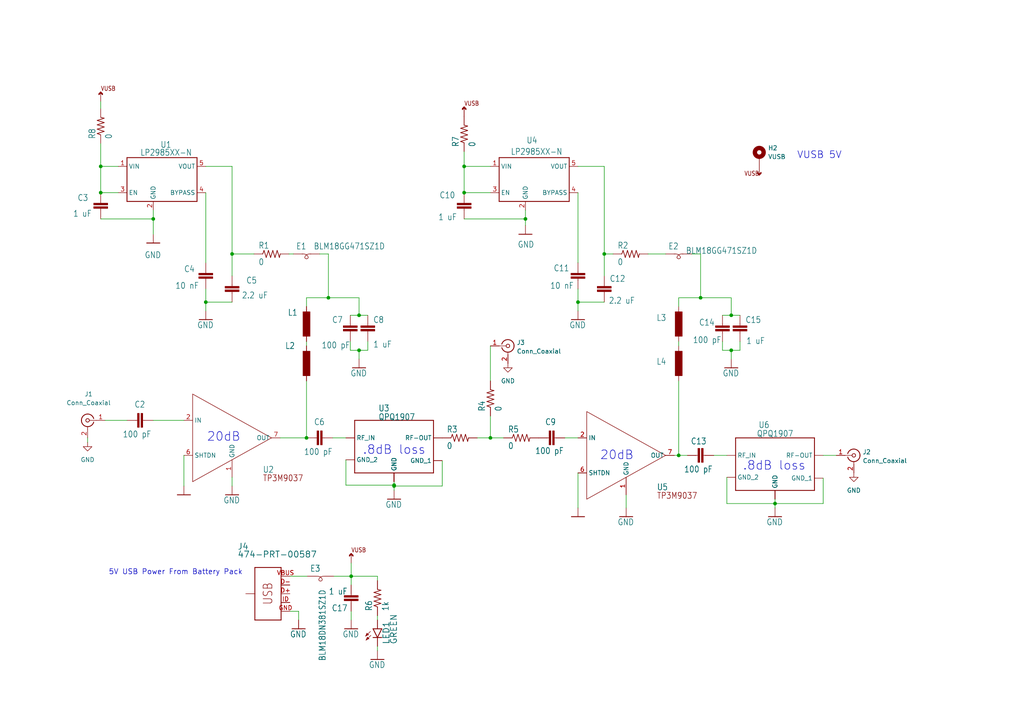
<source format=kicad_sch>
(kicad_sch (version 20211123) (generator eeschema)
  (paper "A4")
  (lib_symbols
    (symbol "Connector:Conn_Coaxial" (pin_names (offset 1.016) hide)
      (property "Reference" "J" (at 0.254 3.048 0))
      (property "Value" "Conn_Coaxial" (at 2.921 0 90))
      (symbol "Conn_Coaxial_0_1"
        (arc (start -1.778 -0.508) (mid 0.222 -1.808) (end 1.778 0) (stroke (width 0.254)))
        (polyline (pts (xy -2.54 0) (xy -0.508 0)))
        (polyline (pts (xy 0 -2.54) (xy 0 -1.778)))
        (circle (center 0 0) (radius 0.508) (stroke (width 0.2032)))
        (arc (start 1.778 0) (mid 0.222 1.8083) (end -1.778 0.508) (stroke (width 0.254)))
      )
      (symbol "Conn_Coaxial_1_1"
        (pin passive line (at -5.08 0 0) (length 2.54) (name "In") (number "1"))
        (pin passive line (at 0 -5.08 90) (length 2.54) (name "Ext") (number "2"))
      )
    )
    (symbol "HGS_Reflector-eagle-import:C-EU0402-C-NOSILK"
      (property "Reference" "C" (at 1.524 0.381 0))
      (property "Value" "C-EU0402-C-NOSILK" (at 1.524 -4.699 0))
      (symbol "C-EU0402-C-NOSILK_1_0"
        (rectangle (start -2.032 -2.032) (end 2.032 -1.524) (fill (type outline)))
        (rectangle (start -2.032 -1.016) (end 2.032 -0.508) (fill (type outline)))
        (polyline (pts (xy 0 -2.54) (xy 0 -2.032)) (stroke (width 0.1524)))
        (polyline (pts (xy 0 0) (xy 0 -0.508)) (stroke (width 0.1524)))
        (pin passive line (at 0 2.54 270) (length 2.54) (name "1") (number "1"))
        (pin passive line (at 0 -5.08 90) (length 2.54) (name "2") (number "2"))
      )
    )
    (symbol "HGS_Reflector-eagle-import:C-EU0603-B-NOSILK"
      (property "Reference" "C" (at 1.524 0.381 0))
      (property "Value" "C-EU0603-B-NOSILK" (at 1.524 -4.699 0))
      (symbol "C-EU0603-B-NOSILK_1_0"
        (rectangle (start -2.032 -2.032) (end 2.032 -1.524) (fill (type outline)))
        (rectangle (start -2.032 -1.016) (end 2.032 -0.508) (fill (type outline)))
        (polyline (pts (xy 0 -2.54) (xy 0 -2.032)) (stroke (width 0.1524)))
        (polyline (pts (xy 0 0) (xy 0 -0.508)) (stroke (width 0.1524)))
        (pin passive line (at 0 2.54 270) (length 2.54) (name "1") (number "1"))
        (pin passive line (at 0 -5.08 90) (length 2.54) (name "2") (number "2"))
      )
    )
    (symbol "HGS_Reflector-eagle-import:C-EU0603-C-NOSILK"
      (property "Reference" "C" (at 1.524 0.381 0))
      (property "Value" "C-EU0603-C-NOSILK" (at 1.524 -4.699 0))
      (symbol "C-EU0603-C-NOSILK_1_0"
        (rectangle (start -2.032 -2.032) (end 2.032 -1.524) (fill (type outline)))
        (rectangle (start -2.032 -1.016) (end 2.032 -0.508) (fill (type outline)))
        (polyline (pts (xy 0 -2.54) (xy 0 -2.032)) (stroke (width 0.1524)))
        (polyline (pts (xy 0 0) (xy 0 -0.508)) (stroke (width 0.1524)))
        (pin passive line (at 0 2.54 270) (length 2.54) (name "1") (number "1"))
        (pin passive line (at 0 -5.08 90) (length 2.54) (name "2") (number "2"))
      )
    )
    (symbol "HGS_Reflector-eagle-import:GND" (power)
      (property "Value" "GND" (at -2.54 -2.54 0))
      (symbol "GND_1_0"
        (polyline (pts (xy -1.905 0) (xy 1.905 0)) (stroke (width 0.254)))
        (pin power_in line (at 0 2.54 270) (length 2.54) (name "GND") (number "1"))
      )
    )
    (symbol "HGS_Reflector-eagle-import:L-BEAD-0603-B"
      (property "Reference" "E" (at -4.318 1.27 0))
      (property "Value" "L-BEAD-0603-B" (at -4.318 -4.064 0))
      (symbol "L-BEAD-0603-B_1_0"
        (arc (start -1.778 -1.016) (mid -1.27 -1.6666) (end -0.762 -1.016) (stroke (width 0.1524)))
        (arc (start -1.27 -0.254) (mid -1.7574 -0.0446) (end -2.286 0) (stroke (width 0.1524)))
        (arc (start -1.27 -0.254) (mid -1.6022 -0.5829) (end -1.778 -1.016) (stroke (width 0.1524)))
        (arc (start -0.762 -1.016) (mid -0.9378 -0.5828) (end -1.27 -0.254) (stroke (width 0.1524)))
        (arc (start -0.254 0) (mid -0.7826 -0.0446) (end -1.27 -0.254) (stroke (width 0.1524)))
        (polyline (pts (xy -2.54 0) (xy -2.286 0)) (stroke (width 0.1524)))
        (polyline (pts (xy -0.254 0) (xy 0 0)) (stroke (width 0.1524)))
        (pin passive line (at -5.08 0 0) (length 2.54) (name "1") (number "1"))
        (pin passive line (at 2.54 0 180) (length 2.54) (name "2") (number "2"))
      )
    )
    (symbol "HGS_Reflector-eagle-import:L-EUL3216C"
      (property "Reference" "L" (at -1.4986 -3.81 90))
      (property "Value" "L-EUL3216C" (at 3.302 -3.81 90))
      (symbol "L-EUL3216C_1_0"
        (rectangle (start -1.016 -3.556) (end 1.016 3.556) (fill (type outline)))
        (pin passive line (at 0 5.08 270) (length 2.54) (name "1") (number "1"))
        (pin passive line (at 0 -5.08 90) (length 2.54) (name "2") (number "2"))
      )
    )
    (symbol "HGS_Reflector-eagle-import:LED-GREEN0603"
      (property "Reference" "D" (at -3.429 -4.572 90))
      (property "Value" "LED-GREEN0603" (at 1.905 -4.572 90))
      (symbol "LED-GREEN0603_1_0"
        (polyline (pts (xy -2.032 -0.762) (xy -3.429 -2.159)) (stroke (width 0.1524)))
        (polyline (pts (xy -1.905 -1.905) (xy -3.302 -3.302)) (stroke (width 0.1524)))
        (polyline (pts (xy 0 -2.54) (xy -1.27 -2.54)) (stroke (width 0.254)))
        (polyline (pts (xy 0 -2.54) (xy -1.27 0)) (stroke (width 0.254)))
        (polyline (pts (xy 1.27 -2.54) (xy 0 -2.54)) (stroke (width 0.254)))
        (polyline (pts (xy 1.27 0) (xy -1.27 0)) (stroke (width 0.254)))
        (polyline (pts (xy 1.27 0) (xy 0 -2.54)) (stroke (width 0.254)))
        (polyline (pts (xy -3.429 -2.159) (xy -3.048 -1.27) (xy -2.54 -1.778)) (fill (type outline)))
        (polyline (pts (xy -3.302 -3.302) (xy -2.921 -2.413) (xy -2.413 -2.921)) (fill (type outline)))
        (pin passive line (at 0 2.54 270) (length 2.54) (name "A") (number "A"))
        (pin passive line (at 0 -5.08 90) (length 2.54) (name "C") (number "C"))
      )
    )
    (symbol "HGS_Reflector-eagle-import:LNA-TP3M9037"
      (property "Reference" "U5" (at 11.43 -10.16 0))
      (symbol "LNA-TP3M9037_1_0"
        (polyline (pts (xy -8.89 -12.7) (xy -8.89 12.7)) (stroke (width 0.1524)))
        (polyline (pts (xy -8.89 -12.7) (xy 13.97 0)) (stroke (width 0.1524)))
        (polyline (pts (xy 13.97 0) (xy -8.89 12.7)) (stroke (width 0.1524)))
        (text "TP3M9037" (at 11.43 -12.7 0) (effects (font (size 1.778 1.5113)) (justify left bottom)))
        (pin power_in line (at 2.54 -11.43 90) (length 5.08) (name "GND") (number "1"))
        (pin bidirectional line (at -11.43 5.08 0) (length 2.54) (name "IN") (number "2"))
        (pin power_in line (at -11.43 -5.08 0) (length 2.54) (name "SHTDN") (number "6"))
        (pin bidirectional line (at 16.51 0 180) (length 2.54) (name "OUT") (number "7"))
      )
    )
    (symbol "HGS_Reflector-eagle-import:LP2985XX-N"
      (property "Reference" "U" (at 5.08 -7.62 0))
      (property "Value" "LP2985XX-N" (at 5.08 -10.16 0))
      (symbol "LP2985XX-N_1_0"
        (polyline (pts (xy -10.16 -5.08) (xy 10.16 -5.08)) (stroke (width 0.254)))
        (polyline (pts (xy -10.16 7.62) (xy -10.16 -5.08)) (stroke (width 0.254)))
        (polyline (pts (xy 10.16 -5.08) (xy 10.16 7.62)) (stroke (width 0.254)))
        (polyline (pts (xy 10.16 7.62) (xy -10.16 7.62)) (stroke (width 0.254)))
        (pin power_in line (at -12.7 5.08 0) (length 2.54) (name "VIN") (number "1"))
        (pin power_in line (at -2.54 -7.62 90) (length 2.54) (name "GND") (number "2"))
        (pin input line (at -12.7 -2.54 0) (length 2.54) (name "EN") (number "3"))
        (pin power_in line (at 12.7 -2.54 180) (length 2.54) (name "BYPASS") (number "4"))
        (pin power_in line (at 12.7 5.08 180) (length 2.54) (name "VOUT") (number "5"))
      )
    )
    (symbol "HGS_Reflector-eagle-import:R-US_0603-B-NOSILK"
      (property "Reference" "R" (at -3.81 1.4986 0))
      (property "Value" "R-US_0603-B-NOSILK" (at -3.81 -3.302 0))
      (symbol "R-US_0603-B-NOSILK_1_0"
        (polyline (pts (xy -2.54 0) (xy -2.159 1.016)) (stroke (width 0.2032)))
        (polyline (pts (xy -2.159 1.016) (xy -1.524 -1.016)) (stroke (width 0.2032)))
        (polyline (pts (xy -1.524 -1.016) (xy -0.889 1.016)) (stroke (width 0.2032)))
        (polyline (pts (xy -0.889 1.016) (xy -0.254 -1.016)) (stroke (width 0.2032)))
        (polyline (pts (xy -0.254 -1.016) (xy 0.381 1.016)) (stroke (width 0.2032)))
        (polyline (pts (xy 0.381 1.016) (xy 1.016 -1.016)) (stroke (width 0.2032)))
        (polyline (pts (xy 1.016 -1.016) (xy 1.651 1.016)) (stroke (width 0.2032)))
        (polyline (pts (xy 1.651 1.016) (xy 2.286 -1.016)) (stroke (width 0.2032)))
        (polyline (pts (xy 2.286 -1.016) (xy 2.54 0)) (stroke (width 0.2032)))
        (pin passive line (at -5.08 0 0) (length 2.54) (name "1") (number "1"))
        (pin passive line (at 5.08 0 180) (length 2.54) (name "2") (number "2"))
      )
    )
    (symbol "HGS_Reflector-eagle-import:USB_MINI-B_SMT"
      (property "Reference" "J" (at -2.54 7.62 0))
      (property "Value" "USB_MINI-B_SMT" (at -2.54 -7.874 0))
      (symbol "USB_MINI-B_SMT_1_0"
        (polyline (pts (xy -2.54 -7.62) (xy 5.08 -7.62)) (stroke (width 0.254)))
        (polyline (pts (xy -2.54 7.62) (xy -2.54 -7.62)) (stroke (width 0.254)))
        (polyline (pts (xy 5.08 7.62) (xy -2.54 7.62)) (stroke (width 0.254)))
        (polyline (pts (xy 5.08 7.62) (xy 5.08 -7.62)) (stroke (width 0.254)))
        (text "USB" (at 2.794 -3.302 900) (effects (font (size 2.54 2.159)) (justify left bottom)))
        (pin bidirectional line (at -5.08 0 0) (length 2.54) (name "D+") (number "D+"))
        (pin bidirectional line (at -5.08 2.54 0) (length 2.54) (name "D-") (number "D-"))
        (pin power_in line (at -5.08 -5.08 0) (length 2.54) (name "GND") (number "GND"))
        (pin bidirectional line (at -5.08 -2.54 0) (length 2.54) (name "ID") (number "ID"))
        (pin bidirectional line (at 7.62 0 180) (length 2.54) (name "SHIELD") (number "S1"))
        (pin bidirectional line (at 7.62 0 180) (length 2.54) (name "SHIELD") (number "S2"))
        (pin bidirectional line (at 7.62 0 180) (length 2.54) (name "SHIELD") (number "S3"))
        (pin bidirectional line (at 7.62 0 180) (length 2.54) (name "SHIELD") (number "S4"))
        (pin power_in line (at -5.08 5.08 0) (length 2.54) (name "VBUS") (number "VBUS"))
      )
    )
    (symbol "HGS_Reflector-eagle-import:VUSB" (power)
      (symbol "VUSB_1_0"
        (polyline (pts (xy -0.508 2.032) (xy 0 2.54)) (stroke (width 0.254)))
        (polyline (pts (xy -0.508 2.286) (xy -0.508 2.032)) (stroke (width 0.254)))
        (polyline (pts (xy -0.508 2.286) (xy 0 2.794)) (stroke (width 0.254)))
        (polyline (pts (xy 0 2.54) (xy 0.508 2.032)) (stroke (width 0.254)))
        (polyline (pts (xy 0 2.794) (xy 0.508 2.286)) (stroke (width 0.254)))
        (polyline (pts (xy 0.508 2.286) (xy 0.508 2.032)) (stroke (width 0.254)))
        (text "VUSB" (at 0 3.048 0) (effects (font (size 1.27 1.0795)) (justify left bottom)))
        (pin power_in line (at 0 0 90) (length 2.54) (name "VUSB") (number "1"))
      )
    )
    (symbol "LNA-TP3M9037_1"
      (property "Reference" "U2" (at 11.43 -10.16 0))
      (symbol "LNA-TP3M9037_1_1_0"
        (polyline (pts (xy -8.89 -12.7) (xy -8.89 12.7)) (stroke (width 0.1524)))
        (polyline (pts (xy -8.89 -12.7) (xy 13.97 0)) (stroke (width 0.1524)))
        (polyline (pts (xy 13.97 0) (xy -8.89 12.7)) (stroke (width 0.1524)))
        (text "TP3M9037" (at 11.43 -12.7 0) (effects (font (size 1.778 1.5113)) (justify left bottom)))
        (pin power_in line (at 2.54 -11.43 90) (length 5.08) (name "GND") (number "1"))
        (pin bidirectional line (at -11.43 5.08 0) (length 2.54) (name "IN") (number "2"))
        (pin power_in line (at -11.43 -5.08 0) (length 2.54) (name "SHTDN") (number "6"))
        (pin bidirectional line (at 16.51 0 180) (length 2.54) (name "OUT") (number "7"))
      )
    )
    (symbol "Mechanical:MountingHole_Pad" (pin_numbers hide) (pin_names (offset 1.016) hide)
      (property "Reference" "H" (at 0 6.35 0))
      (property "Value" "MountingHole_Pad" (at 0 4.445 0))
      (symbol "MountingHole_Pad_0_1"
        (circle (center 0 1.27) (radius 1.27) (stroke (width 1.27)))
      )
      (symbol "MountingHole_Pad_1_1"
        (pin input line (at 0 -2.54 90) (length 2.54) (name "1") (number "1"))
      )
    )
    (symbol "QPQ1907_1"
      (property "Reference" "U3" (at 6.35 -10.16 0))
      (property "Value" "QPQ1907" (at 6.35 -12.7 0))
      (symbol "QPQ1907_1_1_0"
        (polyline (pts (xy -11.43 -7.62) (xy -11.43 7.62)) (stroke (width 0.254)))
        (polyline (pts (xy -11.43 7.62) (xy 11.43 7.62)) (stroke (width 0.254)))
        (polyline (pts (xy 11.43 -7.62) (xy -11.43 -7.62)) (stroke (width 0.254)))
        (polyline (pts (xy 11.43 7.62) (xy 11.43 -7.62)) (stroke (width 0.254)))
        (pin power_in line (at 0 -10.16 90) (length 2.54) (name "GND") (number "GND"))
        (pin power_in line (at 0 -10.16 90) (length 2.54) (name "GND") (number "GND2"))
        (pin power_in line (at 0 -10.16 90) (length 2.54) (name "GND") (number "GND3"))
        (pin passive line (at -13.97 2.54 0) (length 2.54) (name "RF_IN") (number "INPUT"))
        (pin passive line (at 13.97 2.54 180) (length 2.54) (name "RF-OUT") (number "OUTPUT"))
      )
      (symbol "QPQ1907_1_1_1"
        (pin power_in line (at 13.97 -4.064 180) (length 2.54) (name "GND_1") (number ""))
        (pin power_in line (at -13.97 -3.81 0) (length 2.54) (name "GND_2") (number ""))
      )
    )
    (symbol "power:GND" (power) (pin_names (offset 0))
      (property "Value" "GND" (at 0 -3.81 0))
      (symbol "GND_0_1"
        (polyline (pts (xy 0 0) (xy 0 -1.27) (xy 1.27 -1.27) (xy 0 -2.54) (xy -1.27 -1.27) (xy 0 -1.27)))
      )
      (symbol "GND_1_1"
        (pin power_in line (at 0 0 270) (length 0) hide (name "GND") (number "1"))
      )
    )
  )
  (junction (at 44.45 63.5))
  (junction (at 95.25 86.36))
  (junction (at 29.21 55.88))
  (junction (at 101.854 167.132))
  (junction (at 104.14 91.44))
  (junction (at 196.85 132.08))
  (junction (at 104.14 101.6))
  (junction (at 175.26 73.66))
  (junction (at 134.62 55.88))
  (junction (at 212.09 101.6))
  (junction (at 29.21 48.26))
  (junction (at 67.31 73.66))
  (junction (at 212.09 91.44))
  (junction (at 134.62 48.26))
  (junction (at 224.79 146.05))
  (junction (at 152.4 63.5))
  (junction (at 59.69 87.63))
  (junction (at 114.3 140.716))
  (junction (at 88.9 127))
  (junction (at 203.2 86.36))
  (junction (at 142.24 127))
  (junction (at 114.3 140.97))
  (junction (at 167.64 87.63))
  (wire (pts (xy 114.3 140.97) (xy 128.27 140.97)))
  (wire (pts (xy 134.62 55.88) (xy 142.24 55.88)))
  (wire (pts (xy 212.09 104.14) (xy 212.09 101.6)))
  (wire (pts (xy 142.24 120.65) (xy 142.24 127)))
  (wire (pts (xy 84.074 177.292) (xy 86.614 177.292)))
  (wire (pts (xy 53.34 132.08) (xy 53.34 140.97)))
  (wire (pts (xy 209.55 101.6) (xy 212.09 101.6)))
  (wire (pts (xy 238.76 138.684) (xy 238.76 146.05)))
  (wire (pts (xy 209.55 101.6) (xy 209.55 99.06)))
  (wire (pts (xy 106.68 99.06) (xy 106.68 101.6)))
  (wire (pts (xy 29.21 55.88) (xy 34.29 55.88)))
  (wire (pts (xy 224.79 144.78) (xy 224.79 146.05)))
  (wire (pts (xy 214.63 99.06) (xy 214.63 101.6)))
  (wire (pts (xy 134.62 43.942) (xy 134.62 48.26)))
  (wire (pts (xy 181.61 147.32) (xy 181.61 143.51)))
  (wire (pts (xy 101.854 167.132) (xy 101.854 169.672)))
  (wire (pts (xy 29.21 48.26) (xy 34.29 48.26)))
  (wire (pts (xy 67.31 140.97) (xy 67.31 138.43)))
  (wire (pts (xy 88.9 127) (xy 88.9 110.49)))
  (wire (pts (xy 167.64 87.63) (xy 167.64 83.82)))
  (wire (pts (xy 167.64 55.88) (xy 167.64 76.2)))
  (wire (pts (xy 59.69 87.63) (xy 67.31 87.63)))
  (wire (pts (xy 104.14 104.14) (xy 104.14 101.6)))
  (wire (pts (xy 95.25 86.36) (xy 95.25 73.66)))
  (wire (pts (xy 212.09 86.36) (xy 203.2 86.36)))
  (wire (pts (xy 101.6 101.6) (xy 101.6 99.06)))
  (wire (pts (xy 59.69 48.26) (xy 67.31 48.26)))
  (wire (pts (xy 44.45 63.5) (xy 44.45 67.945)))
  (wire (pts (xy 212.09 91.44) (xy 214.63 91.44)))
  (wire (pts (xy 104.14 91.44) (xy 106.68 91.44)))
  (wire (pts (xy 142.24 100.33) (xy 142.24 110.49)))
  (wire (pts (xy 175.26 48.26) (xy 175.26 73.66)))
  (wire (pts (xy 152.4 60.96) (xy 152.4 63.5)))
  (wire (pts (xy 86.614 177.292) (xy 86.614 179.832)))
  (wire (pts (xy 200.66 73.66) (xy 203.2 73.66)))
  (wire (pts (xy 59.69 55.88) (xy 59.69 76.2)))
  (wire (pts (xy 100.33 140.716) (xy 114.3 140.716)))
  (wire (pts (xy 29.21 48.26) (xy 29.21 55.88)))
  (wire (pts (xy 207.01 132.08) (xy 210.82 132.08)))
  (wire (pts (xy 81.28 127) (xy 88.9 127)))
  (wire (pts (xy 210.82 138.43) (xy 210.82 146.05)))
  (wire (pts (xy 128.27 140.97) (xy 128.27 133.604)))
  (wire (pts (xy 196.85 86.36) (xy 203.2 86.36)))
  (wire (pts (xy 104.14 86.36) (xy 104.14 91.44)))
  (wire (pts (xy 100.33 127) (xy 96.52 127)))
  (wire (pts (xy 88.9 88.9) (xy 88.9 86.36)))
  (wire (pts (xy 134.62 63.5) (xy 152.4 63.5)))
  (wire (pts (xy 29.21 41.656) (xy 29.21 48.26)))
  (wire (pts (xy 44.45 60.96) (xy 44.45 63.5)))
  (wire (pts (xy 167.64 137.16) (xy 167.64 147.32)))
  (wire (pts (xy 101.6 101.6) (xy 104.14 101.6)))
  (wire (pts (xy 95.25 86.36) (xy 104.14 86.36)))
  (wire (pts (xy 199.39 132.08) (xy 196.85 132.08)))
  (wire (pts (xy 29.21 63.5) (xy 44.45 63.5)))
  (wire (pts (xy 44.45 121.92) (xy 53.34 121.92)))
  (wire (pts (xy 152.4 63.5) (xy 152.4 65.405)))
  (wire (pts (xy 210.82 146.05) (xy 224.79 146.05)))
  (wire (pts (xy 36.83 121.92) (xy 30.48 121.92)))
  (wire (pts (xy 196.85 99.06) (xy 196.85 100.33)))
  (wire (pts (xy 106.68 101.6) (xy 104.14 101.6)))
  (wire (pts (xy 196.85 88.9) (xy 196.85 86.36)))
  (wire (pts (xy 109.474 187.452) (xy 109.474 188.722)))
  (wire (pts (xy 203.2 73.66) (xy 203.2 86.36)))
  (wire (pts (xy 92.71 73.66) (xy 95.25 73.66)))
  (wire (pts (xy 101.854 167.132) (xy 109.474 167.132)))
  (wire (pts (xy 114.3 140.97) (xy 114.3 142.24)))
  (wire (pts (xy 214.63 101.6) (xy 212.09 101.6)))
  (wire (pts (xy 134.62 48.26) (xy 142.24 48.26)))
  (wire (pts (xy 67.31 73.66) (xy 73.66 73.66)))
  (wire (pts (xy 114.3 139.7) (xy 114.3 140.716)))
  (wire (pts (xy 101.854 167.132) (xy 101.854 163.322)))
  (wire (pts (xy 88.9 99.06) (xy 88.9 100.33)))
  (wire (pts (xy 101.854 177.292) (xy 101.854 179.832)))
  (wire (pts (xy 59.69 90.17) (xy 59.69 87.63)))
  (wire (pts (xy 138.43 127) (xy 142.24 127)))
  (wire (pts (xy 101.6 91.44) (xy 104.14 91.44)))
  (wire (pts (xy 142.24 127) (xy 146.05 127)))
  (wire (pts (xy 67.31 73.66) (xy 67.31 80.01)))
  (wire (pts (xy 114.3 140.716) (xy 114.3 140.97)))
  (wire (pts (xy 29.21 29.464) (xy 29.21 31.496)))
  (wire (pts (xy 67.31 48.26) (xy 67.31 73.66)))
  (wire (pts (xy 100.33 133.35) (xy 100.33 140.716)))
  (wire (pts (xy 134.62 48.26) (xy 134.62 55.88)))
  (wire (pts (xy 238.76 132.08) (xy 242.57 132.08)))
  (wire (pts (xy 175.26 73.66) (xy 175.26 80.01)))
  (wire (pts (xy 187.96 73.66) (xy 193.04 73.66)))
  (wire (pts (xy 109.474 178.562) (xy 109.474 179.832)))
  (wire (pts (xy 196.85 132.08) (xy 196.85 110.49)))
  (wire (pts (xy 175.26 73.66) (xy 177.8 73.66)))
  (wire (pts (xy 109.474 167.132) (xy 109.474 168.402)))
  (wire (pts (xy 167.64 90.17) (xy 167.64 87.63)))
  (wire (pts (xy 224.79 146.05) (xy 224.79 147.32)))
  (wire (pts (xy 88.9 86.36) (xy 95.25 86.36)))
  (wire (pts (xy 96.774 167.132) (xy 101.854 167.132)))
  (wire (pts (xy 25.4 128.27) (xy 25.4 127)))
  (wire (pts (xy 84.074 167.132) (xy 89.154 167.132)))
  (wire (pts (xy 167.64 87.63) (xy 175.26 87.63)))
  (wire (pts (xy 163.83 127) (xy 167.64 127)))
  (wire (pts (xy 59.69 87.63) (xy 59.69 83.82)))
  (wire (pts (xy 212.09 91.44) (xy 212.09 86.36)))
  (wire (pts (xy 195.58 132.08) (xy 196.85 132.08)))
  (wire (pts (xy 167.64 48.26) (xy 175.26 48.26)))
  (wire (pts (xy 83.82 73.66) (xy 85.09 73.66)))
  (wire (pts (xy 238.76 146.05) (xy 224.79 146.05)))
  (wire (pts (xy 209.55 91.44) (xy 212.09 91.44)))
  (text "5V USB Power From Battery Pack" (at 31.496 166.878 180) (effects (font (size 1.5113 1.5113)) (justify left bottom)))
  (text "20dB\n" (at 59.944 128.27 0) (effects (font (size 2.54 2.54)) (justify left bottom)))
  (text ".8dB loss" (at 105.156 132.08 0) (effects (font (size 2.54 2.54)) (justify left bottom)))
  (text "VUSB 5V\n" (at 231.14 46.228 0) (effects (font (size 2 2)) (justify left bottom)))
  (text ".8dB loss" (at 215.392 136.652 0) (effects (font (size 2.54 2.54)) (justify left bottom)))
  (text "20dB" (at 173.99 133.604 0) (effects (font (size 2.54 2.54)) (justify left bottom)))
  (symbol (lib_id "Connector:Conn_Coaxial") (at 247.65 132.08 0) (unit 1)
    (property "Reference" "J2" (at 250.19 131.1031 0) (effects (justify left)))
    (property "Value" "Conn_Coaxial" (at 250.19 133.6431 0) (effects (justify left)))
    (property "Footprint" "Connector_Coaxial:SMA_Amphenol_132289_EdgeMount" (effects hide))
    (property "Datasheet" "https://www.belfuse.com/resources/productinformations/cinchconnectivitysolutions/johnson/pi-ccs-john-142-0701-806.pdf" (effects hide))
    (property "M/N" "142-0701-806" (effects hide))
  )
  (symbol (lib_id "HGS_Reflector-eagle-import:R-US_0603-B-NOSILK") (at 151.13 127 0) (unit 1)
    (property "Reference" "R5" (at 147.32 125.5014 0) (effects (font (size 1.778 1.5113)) (justify left bottom)))
    (property "Value" "0" (at 147.32 130.302 0) (effects (font (size 1.778 1.5113)) (justify left bottom)))
    (property "Footprint" "HGS_Reflector:.0603-B-NOSILK" (effects hide))
  )
  (symbol (lib_id "HGS_Reflector-eagle-import:L-BEAD-0603-B") (at 94.234 167.132 0) (unit 1)
    (property "Reference" "E3" (at 89.916 165.862 0) (effects (font (size 1.778 1.5113)) (justify left bottom)))
    (property "Value" "BLM18DN381SZ1D" (at 94.488 191.77 90) (effects (font (size 1.778 1.5113)) (justify left bottom)))
    (property "Footprint" "HGS_Reflector:.0603-B" (effects hide))
  )
  (symbol (lib_id "HGS_Reflector-eagle-import:GND") (at 167.64 92.71 0) (unit 1)
    (property "Reference" "#GND0104" (effects hide))
    (property "Value" "GND" (at 165.1 95.25 0) (effects (font (size 1.778 1.5113)) (justify left bottom)))
  )
  (symbol (lib_id "HGS_Reflector-eagle-import:GND") (at 167.64 149.86 0) (unit 1)
    (property "Reference" "#GND0113" (effects hide))
    (property "Value" "GND" (at 165.1 152.4 0) (effects (font (size 1.778 1.5113)) (justify left bottom)))
    (property "Value" "GND" (effects hide))
  )
  (symbol (lib_id "HGS_Reflector-eagle-import:R-US_0603-B-NOSILK") (at 134.62 38.862 90) (unit 1)
    (property "Reference" "R7" (at 133.1214 42.672 0) (effects (font (size 1.778 1.5113)) (justify left bottom)))
    (property "Value" "0" (at 137.922 42.672 0) (effects (font (size 1.778 1.5113)) (justify left bottom)))
    (property "Footprint" "HGS_Reflector:.0603-B-NOSILK" (effects hide))
  )
  (symbol (lib_id "HGS_Reflector-eagle-import:C-EU0603-B-NOSILK") (at 67.31 82.55 0) (unit 1)
    (property "Reference" "C5" (at 71.374 82.296 0) (effects (font (size 1.778 1.5113)) (justify left bottom)))
    (property "Value" "2.2 uF" (at 70.104 86.614 0) (effects (font (size 1.778 1.5113)) (justify left bottom)))
    (property "Footprint" "HGS_Reflector:.0603-B-NOSILK" (effects hide))
  )
  (symbol (lib_id "HGS_Reflector-eagle-import:L-EUL3216C") (at 88.9 105.41 180) (unit 1)
    (property "Reference" "L2" (at 85.598 99.314 0) (effects (font (size 1.778 1.5113)) (justify left bottom)))
    (property "Value" "10n" (at 86.614 102.362 0) (effects (font (size 1.778 1.5113)) (justify left bottom)))
    (property "Footprint" "HGS_Reflector:L3216C" (effects hide))
    (property "Value" "10n" (effects hide))
  )
  (symbol (lib_id "HGS_Reflector-eagle-import:GND") (at 224.79 149.86 0) (unit 1)
    (property "Reference" "#GND0102" (effects hide))
    (property "Value" "GND" (at 222.25 152.4 0) (effects (font (size 1.778 1.5113)) (justify left bottom)))
  )
  (symbol (lib_id "HGS_Reflector-eagle-import:L-EUL3216C") (at 88.9 93.98 180) (unit 1)
    (property "Reference" "L1" (at 86.36 89.662 0) (effects (font (size 1.778 1.5113)) (justify left bottom)))
    (property "Value" "8n" (at 86.36 92.71 0) (effects (font (size 1.778 1.5113)) (justify left bottom)))
    (property "Footprint" "HGS_Reflector:L3216C" (effects hide))
    (property "Value" "8n" (effects hide))
  )
  (symbol (lib_id "Connector:Conn_Coaxial") (at 147.32 100.33 0) (unit 1)
    (property "Reference" "J3" (at 149.86 99.3531 0) (effects (justify left)))
    (property "Value" "Conn_Coaxial" (at 149.86 101.8931 0) (effects (justify left)))
    (property "Footprint" "Connector_Coaxial:SMA_Amphenol_132289_EdgeMount" (effects hide))
    (property "Datasheet" "https://www.belfuse.com/resources/productinformations/cinchconnectivitysolutions/johnson/pi-ccs-john-142-0701-806.pdf" (effects hide))
    (property "M/N" "142-0701-806" (effects hide))
  )
  (symbol (lib_id "HGS_Reflector-eagle-import:R-US_0603-B-NOSILK") (at 133.35 127 0) (unit 1)
    (property "Reference" "R3" (at 129.54 125.5014 0) (effects (font (size 1.778 1.5113)) (justify left bottom)))
    (property "Value" "0" (at 129.54 130.302 0) (effects (font (size 1.778 1.5113)) (justify left bottom)))
    (property "Footprint" "HGS_Reflector:.0603-B-NOSILK" (effects hide))
  )
  (symbol (lib_id "HGS_Reflector-eagle-import:C-EU0603-B-NOSILK") (at 175.26 82.55 0) (unit 1)
    (property "Reference" "C12" (at 176.784 81.788 0) (effects (font (size 1.778 1.5113)) (justify left bottom)))
    (property "Value" "2.2 uF" (at 176.53 88.138 0) (effects (font (size 1.778 1.5113)) (justify left bottom)))
    (property "Footprint" "HGS_Reflector:.0603-B-NOSILK" (effects hide))
  )
  (symbol (lib_id "HGS_Reflector-eagle-import:L-BEAD-0603-B") (at 90.17 73.66 0) (unit 1)
    (property "Reference" "E1" (at 85.852 72.39 0) (effects (font (size 1.778 1.5113)) (justify left bottom)))
    (property "Value" "BLM18GG471SZ1D" (at 90.932 72.39 0) (effects (font (size 1.778 1.5113)) (justify left bottom)))
    (property "Footprint" "HGS_Reflector:.0603-B" (effects hide))
  )
  (symbol (lib_id "HGS_Reflector-eagle-import:GND") (at 67.31 143.51 0) (unit 1)
    (property "Reference" "#GND0110" (effects hide))
    (property "Value" "GND" (at 64.77 146.05 0) (effects (font (size 1.778 1.5113)) (justify left bottom)))
  )
  (symbol (lib_id "HGS_Reflector-eagle-import:LP2985XX-N") (at 154.94 53.34 0) (unit 1)
    (property "Reference" "U4" (at 152.654 41.656 0) (effects (font (size 1.778 1.5113)) (justify left bottom)))
    (property "Value" "LP2985XX-N" (at 148.082 44.958 0) (effects (font (size 1.778 1.5113)) (justify left bottom)))
    (property "Footprint" "HGS_Reflector:SOT-23" (effects hide))
    (property "Datasheet" "https://www.ti.com/lit/ds/symlink/lp2985a.pdf?ts=1651821541987&ref_url=https%253A%252F%252Fwww.ti.com%252Fsitesearch%252Fen-us%252Fdocs%252Funiversalsearch.tsp%253FlangPref%253Den-US%2526searchTerm%253DLP2985A-33DBVR%2526nr%253D11" (effects hide))
  )
  (symbol (lib_id "HGS_Reflector-eagle-import:C-EU0603-B-NOSILK") (at 59.69 78.74 0) (unit 1)
    (property "Reference" "C4" (at 53.34 78.994 0) (effects (font (size 1.778 1.5113)) (justify left bottom)))
    (property "Value" "10 nF" (at 50.8 83.82 0) (effects (font (size 1.778 1.5113)) (justify left bottom)))
    (property "Footprint" "HGS_Reflector:.0603-B-NOSILK" (effects hide))
  )
  (symbol (lib_id "HGS_Reflector-eagle-import:C-EU0603-B-NOSILK") (at 134.62 60.96 180) (unit 1)
    (property "Reference" "C10" (at 132.08 55.626 0) (effects (font (size 1.778 1.5113)) (justify left bottom)))
    (property "Value" "1 uF" (at 132.588 61.976 0) (effects (font (size 1.778 1.5113)) (justify left bottom)))
    (property "Footprint" "HGS_Reflector:.0603-B-NOSILK" (effects hide))
  )
  (symbol (lib_id "HGS_Reflector-eagle-import:C-EU0402-C-NOSILK") (at 39.37 121.92 90) (unit 1)
    (property "Reference" "C2" (at 42.164 116.332 90) (effects (font (size 1.778 1.5113)) (justify left bottom)))
    (property "Value" "100 pF" (at 43.942 124.968 90) (effects (font (size 1.778 1.5113)) (justify left bottom)))
    (property "Footprint" "HGS_Reflector:.0402-C-NOSILK" (effects hide))
  )
  (symbol (lib_id "HGS_Reflector-eagle-import:GND") (at 44.45 70.485 0) (unit 1)
    (property "Reference" "#GND0106" (effects hide))
    (property "Value" "GND" (at 41.91 74.93 0) (effects (font (size 1.778 1.5113)) (justify left bottom)))
  )
  (symbol (lib_id "HGS_Reflector-eagle-import:C-EU0603-C-NOSILK") (at 101.6 93.98 0) (unit 1)
    (property "Reference" "C7" (at 96.266 93.726 0) (effects (font (size 1.778 1.5113)) (justify left bottom)))
    (property "Value" "100 pF" (at 93.218 101.092 0) (effects (font (size 1.778 1.5113)) (justify left bottom)))
    (property "Footprint" "HGS_Reflector:.0603-C-NOSILK" (effects hide))
  )
  (symbol (lib_id "HGS_Reflector-eagle-import:C-EU0603-C-NOSILK") (at 214.63 93.98 0) (unit 1)
    (property "Reference" "C15" (at 216.154 93.726 0) (effects (font (size 1.778 1.5113)) (justify left bottom)))
    (property "Value" "1 uF" (at 216.408 99.822 0) (effects (font (size 1.778 1.5113)) (justify left bottom)))
    (property "Footprint" "HGS_Reflector:.0603-C-NOSILK" (effects hide))
  )
  (symbol (lib_id "HGS_Reflector-eagle-import:VUSB") (at 134.62 33.782 0) (unit 1)
    (property "Reference" "#V0101" (effects hide))
    (property "Value" "VUSB" (effects hide))
  )
  (symbol (lib_id "HGS_Reflector-eagle-import:GND") (at 101.854 182.372 0) (unit 1)
    (property "Reference" "#GND0114" (effects hide))
    (property "Value" "GND" (at 99.314 184.912 0) (effects (font (size 1.778 1.5113)) (justify left bottom)))
  )
  (symbol (lib_id "HGS_Reflector-eagle-import:GND") (at 181.61 149.86 0) (unit 1)
    (property "Reference" "#GND0111" (effects hide))
    (property "Value" "GND" (at 179.07 152.4 0) (effects (font (size 1.778 1.5113)) (justify left bottom)))
  )
  (symbol (lib_id "HGS_Reflector-eagle-import:L-EUL3216C") (at 196.85 93.98 180) (unit 1)
    (property "Reference" "L3" (at 193.294 91.186 0) (effects (font (size 1.778 1.5113)) (justify left bottom)))
    (property "Value" "8n" (at 193.802 95.758 0) (effects (font (size 1.778 1.5113)) (justify left bottom)))
    (property "Footprint" "HGS_Reflector:L3216C" (effects hide))
    (property "Value" "8n" (effects hide))
  )
  (symbol (lib_id "HGS_Reflector-eagle-import:L-EUL3216C") (at 196.85 105.41 180) (unit 1)
    (property "Reference" "L4" (at 193.294 103.886 0) (effects (font (size 1.778 1.5113)) (justify left bottom)))
    (property "Value" "10n" (at 194.056 107.442 0) (effects (font (size 1.778 1.5113)) (justify left bottom)))
    (property "Footprint" "HGS_Reflector:L3216C" (effects hide))
    (property "Value" "10n" (effects hide))
  )
  (symbol (lib_id "HGS_Reflector-eagle-import:C-EU0603-C-NOSILK") (at 106.68 93.98 0) (unit 1)
    (property "Reference" "C8" (at 108.204 93.726 0) (effects (font (size 1.778 1.5113)) (justify left bottom)))
    (property "Value" "1 uF" (at 108.204 100.838 0) (effects (font (size 1.778 1.5113)) (justify left bottom)))
    (property "Footprint" "HGS_Reflector:.0603-C-NOSILK" (effects hide))
  )
  (symbol (lib_id "HGS_Reflector-eagle-import:R-US_0603-B-NOSILK") (at 182.88 73.66 0) (unit 1)
    (property "Reference" "R2" (at 179.07 72.1614 0) (effects (font (size 1.778 1.5113)) (justify left bottom)))
    (property "Value" "0" (at 179.07 76.962 0) (effects (font (size 1.778 1.5113)) (justify left bottom)))
    (property "Footprint" "HGS_Reflector:.0603-B-NOSILK" (effects hide))
  )
  (symbol (lib_name "LNA-TP3M9037_1") (lib_id "HGS_Reflector-eagle-import:LNA-TP3M9037") (at 64.77 127 0) (unit 1)
    (property "Reference" "U2" (at 76.2 137.16 0) (effects (font (size 1.778 1.5113)) (justify left bottom)))
    (property "Value" "LNA-TP3M9037" (effects hide))
    (property "Footprint" "HGS_Reflector:TP3M9037" (effects hide))
    (property "Datasheet" "https://www.mouser.com/datasheet/2/412/TQP3M9037_Data_Sheet-1500717.pdf" (effects hide))
  )
  (symbol (lib_id "HGS_Reflector-eagle-import:GND") (at 59.69 92.71 0) (unit 1)
    (property "Reference" "#GND0105" (effects hide))
    (property "Value" "GND" (at 57.15 95.25 0) (effects (font (size 1.778 1.5113)) (justify left bottom)))
  )
  (symbol (lib_id "Connector:Conn_Coaxial") (at 25.4 121.92 0) (mirror y) (unit 1)
    (property "Reference" "J1" (at 25.7174 114.3 0))
    (property "Value" "Conn_Coaxial" (at 25.7174 116.84 0))
    (property "Footprint" "Connector_Coaxial:SMA_Amphenol_132289_EdgeMount" (effects hide))
    (property "Datasheet" "https://www.belfuse.com/resources/productinformations/cinchconnectivitysolutions/johnson/pi-ccs-john-142-0701-806.pdf" (effects hide))
    (property "M/N" "142-0701-806" (effects hide))
  )
  (symbol (lib_id "HGS_Reflector-eagle-import:C-EU0603-B-NOSILK") (at 167.64 78.74 0) (unit 1)
    (property "Reference" "C11" (at 160.528 78.74 0) (effects (font (size 1.778 1.5113)) (justify left bottom)))
    (property "Value" "10 nF" (at 159.512 83.82 0) (effects (font (size 1.778 1.5113)) (justify left bottom)))
    (property "Footprint" "HGS_Reflector:.0603-B-NOSILK" (effects hide))
  )
  (symbol (lib_id "HGS_Reflector-eagle-import:GND") (at 109.474 191.262 0) (unit 1)
    (property "Reference" "#GND0108" (effects hide))
    (property "Value" "GND" (at 106.934 193.802 0) (effects (font (size 1.778 1.5113)) (justify left bottom)))
  )
  (symbol (lib_id "HGS_Reflector-eagle-import:VUSB") (at 29.21 29.464 0) (unit 1)
    (property "Reference" "#V0102" (effects hide))
    (property "Value" "VUSB" (effects hide))
  )
  (symbol (lib_id "HGS_Reflector-eagle-import:GND") (at 114.3 144.78 0) (unit 1)
    (property "Reference" "#GND0112" (effects hide))
    (property "Value" "GND" (at 111.76 147.32 0) (effects (font (size 1.778 1.5113)) (justify left bottom)))
  )
  (symbol (lib_id "HGS_Reflector-eagle-import:GND") (at 152.4 67.945 0) (unit 1)
    (property "Reference" "#GND0103" (effects hide))
    (property "Value" "GND" (at 150.114 71.882 0) (effects (font (size 1.778 1.5113)) (justify left bottom)))
  )
  (symbol (lib_id "HGS_Reflector-eagle-import:VUSB") (at 220.218 48.006 180) (unit 1)
    (property "Reference" "#V0103" (effects hide))
    (property "Value" "VUSB" (effects hide))
  )
  (symbol (lib_id "HGS_Reflector-eagle-import:LED-GREEN0603") (at 109.474 182.372 0) (unit 1)
    (property "Reference" "LED1" (at 113.03 186.944 90) (effects (font (size 1.778 1.778)) (justify left bottom)))
    (property "Value" "GREEN" (at 115.189 186.944 90) (effects (font (size 1.778 1.778)) (justify left bottom)))
    (property "Footprint" "HGS_Reflector:LED-0603" (effects hide))
  )
  (symbol (lib_id "power:GND") (at 247.65 137.16 0) (unit 1)
    (property "Reference" "#PWR0101" (effects hide))
    (property "Value" "GND" (at 247.65 142.24 0))
  )
  (symbol (lib_id "HGS_Reflector-eagle-import:LP2985XX-N") (at 46.99 53.34 0) (unit 1)
    (property "Reference" "U1" (at 46.482 42.926 0) (effects (font (size 1.778 1.5113)) (justify left bottom)))
    (property "Value" "LP2985XX-N" (at 40.64 45.212 0) (effects (font (size 1.778 1.5113)) (justify left bottom)))
    (property "Footprint" "HGS_Reflector:SOT-23" (effects hide))
    (property "Datasheet" "https://www.ti.com/lit/ds/symlink/lp2985a.pdf?ts=1651821541987&ref_url=https%253A%252F%252Fwww.ti.com%252Fsitesearch%252Fen-us%252Fdocs%252Funiversalsearch.tsp%253FlangPref%253Den-US%2526searchTerm%253DLP2985A-33DBVR%2526nr%253D11" (effects hide))
  )
  (symbol (lib_id "Mechanical:MountingHole_Pad") (at 220.218 45.466 0) (unit 1)
    (property "Reference" "H2" (at 222.758 42.9259 0) (effects (justify left)))
    (property "Value" "VUSB" (at 222.758 45.4659 0) (effects (justify left)))
    (property "Footprint" "Connector_PinHeader_2.54mm:PinHeader_1x02_P2.54mm_Vertical" (effects hide))
  )
  (symbol (lib_id "HGS_Reflector-eagle-import:LNA-TP3M9037") (at 179.07 132.08 0) (unit 1)
    (property "Reference" "U5" (at 190.5 142.24 0) (effects (font (size 1.778 1.5113)) (justify left bottom)))
    (property "Value" "LNA-TP3M9037" (effects hide))
    (property "Footprint" "HGS_Reflector:TP3M9037" (effects hide))
    (property "Datasheet" "https://www.mouser.com/datasheet/2/412/TQP3M9037_Data_Sheet-1500717.pdf" (effects hide))
  )
  (symbol (lib_id "HGS_Reflector-eagle-import:GND") (at 86.614 182.372 0) (unit 1)
    (property "Reference" "#GND0116" (effects hide))
    (property "Value" "GND" (at 84.074 184.912 0) (effects (font (size 1.778 1.5113)) (justify left bottom)))
  )
  (symbol (lib_id "HGS_Reflector-eagle-import:C-EU0402-C-NOSILK") (at 91.44 127 90) (unit 1)
    (property "Reference" "C6" (at 94.234 121.412 90) (effects (font (size 1.778 1.5113)) (justify left bottom)))
    (property "Value" "100 pF" (at 96.52 130.048 90) (effects (font (size 1.778 1.5113)) (justify left bottom)))
    (property "Footprint" "HGS_Reflector:.0402-C-NOSILK" (effects hide))
  )
  (symbol (lib_id "HGS_Reflector-eagle-import:R-US_0603-B-NOSILK") (at 29.21 36.576 90) (unit 1)
    (property "Reference" "R8" (at 27.7114 40.386 0) (effects (font (size 1.778 1.5113)) (justify left bottom)))
    (property "Value" "0" (at 32.512 40.386 0) (effects (font (size 1.778 1.5113)) (justify left bottom)))
    (property "Footprint" "HGS_Reflector:.0603-B-NOSILK" (effects hide))
  )
  (symbol (lib_id "HGS_Reflector-eagle-import:R-US_0603-B-NOSILK") (at 78.74 73.66 0) (unit 1)
    (property "Reference" "R1" (at 74.93 72.1614 0) (effects (font (size 1.778 1.5113)) (justify left bottom)))
    (property "Value" "0" (at 74.93 76.962 0) (effects (font (size 1.778 1.5113)) (justify left bottom)))
    (property "Footprint" "HGS_Reflector:.0603-B-NOSILK" (effects hide))
  )
  (symbol (lib_id "HGS_Reflector-eagle-import:R-US_0603-B-NOSILK") (at 109.474 173.482 90) (unit 1)
    (property "Reference" "R6" (at 107.9754 177.292 0) (effects (font (size 1.778 1.5113)) (justify left bottom)))
    (property "Value" "1k" (at 112.776 177.292 0) (effects (font (size 1.778 1.5113)) (justify left bottom)))
    (property "Footprint" "HGS_Reflector:.0603-B-NOSILK" (effects hide))
  )
  (symbol (lib_id "HGS_Reflector-eagle-import:C-EU0603-C-NOSILK") (at 209.55 93.98 0) (unit 1)
    (property "Reference" "C14" (at 202.692 94.488 0) (effects (font (size 1.778 1.5113)) (justify left bottom)))
    (property "Value" "100 pF" (at 200.914 99.568 0) (effects (font (size 1.778 1.5113)) (justify left bottom)))
    (property "Footprint" "HGS_Reflector:.0603-C-NOSILK" (effects hide))
  )
  (symbol (lib_id "HGS_Reflector-eagle-import:R-US_0603-B-NOSILK") (at 142.24 115.57 90) (unit 1)
    (property "Reference" "R4" (at 140.7414 119.38 0) (effects (font (size 1.778 1.5113)) (justify left bottom)))
    (property "Value" "0" (at 145.542 119.38 0) (effects (font (size 1.778 1.5113)) (justify left bottom)))
    (property "Footprint" "HGS_Reflector:.0603-B-NOSILK" (effects hide))
  )
  (symbol (lib_id "HGS_Reflector-eagle-import:C-EU0603-B-NOSILK") (at 29.21 60.96 180) (unit 1)
    (property "Reference" "C3" (at 25.654 56.388 0) (effects (font (size 1.778 1.5113)) (justify left bottom)))
    (property "Value" "1 uF" (at 26.67 60.96 0) (effects (font (size 1.778 1.5113)) (justify left bottom)))
    (property "Footprint" "HGS_Reflector:.0603-B-NOSILK" (effects hide))
  )
  (symbol (lib_id "HGS_Reflector-eagle-import:GND") (at 104.14 106.68 0) (unit 1)
    (property "Reference" "#GND0107" (effects hide))
    (property "Value" "GND" (at 101.6 109.22 0) (effects (font (size 1.778 1.5113)) (justify left bottom)))
  )
  (symbol (lib_name "QPQ1907_1") (lib_id "HGS_Reflector-eagle-import:QPQ1907") (at 224.79 134.62 0) (unit 1)
    (property "Reference" "U6" (at 219.964 124.206 0) (effects (font (size 1.778 1.5113)) (justify left bottom)))
    (property "Value" "QPQ1907" (at 219.456 126.746 0) (effects (font (size 1.778 1.5113)) (justify left bottom)))
    (property "Footprint" "HGS_Reflector:QPQ1907" (effects hide))
    (property "Datasheet" "https://www.mouser.com/datasheet/2/412/QPQ1907_Data_Sheet-1390192.pdf" (effects hide))
  )
  (symbol (lib_id "HGS_Reflector-eagle-import:GND") (at 53.34 143.51 0) (unit 1)
    (property "Reference" "#GND0109" (effects hide))
    (property "Value" "GND" (at 50.8 146.05 0) (effects (font (size 1.778 1.5113)) (justify left bottom)))
    (property "Value" "GND" (effects hide))
  )
  (symbol (lib_id "HGS_Reflector-eagle-import:USB_MINI-B_SMT") (at 78.994 172.212 0) (mirror y) (unit 1)
    (property "Reference" "J4" (at 68.834 159.512 0) (effects (font (size 1.778 1.778)) (justify right bottom)))
    (property "Value" "474-PRT-00587 " (at 68.834 161.798 0) (effects (font (size 1.778 1.778)) (justify right bottom)))
    (property "Footprint" "HGS_Reflector:USB-MINIB" (effects hide))
  )
  (symbol (lib_id "HGS_Reflector-eagle-import:L-BEAD-0603-B") (at 198.12 73.66 0) (unit 1)
    (property "Reference" "E2" (at 193.802 72.39 0) (effects (font (size 1.778 1.5113)) (justify left bottom)))
    (property "Value" "BLM18GG471SZ1D" (at 198.882 73.66 0) (effects (font (size 1.778 1.5113)) (justify left bottom)))
    (property "Footprint" "HGS_Reflector:.0603-B" (effects hide))
  )
  (symbol (lib_id "HGS_Reflector-eagle-import:C-EU0402-C-NOSILK") (at 158.75 127 90) (unit 1)
    (property "Reference" "C9" (at 161.29 121.412 90) (effects (font (size 1.778 1.5113)) (justify left bottom)))
    (property "Value" "100 pF" (at 163.576 129.794 90) (effects (font (size 1.778 1.5113)) (justify left bottom)))
    (property "Footprint" "HGS_Reflector:.0402-C-NOSILK" (effects hide))
  )
  (symbol (lib_id "HGS_Reflector-eagle-import:GND") (at 212.09 106.68 0) (unit 1)
    (property "Reference" "#GND0101" (effects hide))
    (property "Value" "GND" (at 209.55 109.22 0) (effects (font (size 1.778 1.5113)) (justify left bottom)))
  )
  (symbol (lib_id "HGS_Reflector-eagle-import:VUSB") (at 101.854 163.322 0) (unit 1)
    (property "Reference" "#V0104" (effects hide))
    (property "Value" "VUSB" (effects hide))
  )
  (symbol (lib_id "power:GND") (at 147.32 105.41 0) (unit 1)
    (property "Reference" "#PWR0102" (effects hide))
    (property "Value" "GND" (at 147.32 110.49 0))
  )
  (symbol (lib_id "HGS_Reflector-eagle-import:C-EU0402-C-NOSILK") (at 201.93 132.08 90) (unit 1)
    (property "Reference" "C13" (at 204.978 127 90) (effects (font (size 1.778 1.5113)) (justify left bottom)))
    (property "Value" "100 pF" (at 206.756 135.128 90) (effects (font (size 1.778 1.5113)) (justify left bottom)))
    (property "Footprint" "HGS_Reflector:.0402-C-NOSILK" (effects hide))
  )
  (symbol (lib_id "power:GND") (at 25.4 128.27 0) (unit 1)
    (property "Reference" "#PWR0103" (effects hide))
    (property "Value" "GND" (at 25.4 133.35 0))
  )
  (symbol (lib_name "QPQ1907_1") (lib_id "HGS_Reflector-eagle-import:QPQ1907") (at 114.3 129.54 0) (unit 1)
    (property "Reference" "U3" (at 109.728 119.38 0) (effects (font (size 1.778 1.5113)) (justify left bottom)))
    (property "Value" "QPQ1907" (at 109.728 121.92 0) (effects (font (size 1.778 1.5113)) (justify left bottom)))
    (property "Footprint" "HGS_Reflector:QPQ1907" (effects hide))
    (property "Datasheet" "https://www.mouser.com/datasheet/2/412/QPQ1907_Data_Sheet-1390192.pdf" (effects hide))
  )
  (symbol (lib_id "HGS_Reflector-eagle-import:C-EU0603-B-NOSILK") (at 101.854 174.752 180) (unit 1)
    (property "Reference" "C17" (at 100.838 175.387 0) (effects (font (size 1.778 1.5113)) (justify left bottom)))
    (property "Value" "1 uF" (at 100.838 170.561 0) (effects (font (size 1.778 1.5113)) (justify left bottom)))
    (property "Footprint" "HGS_Reflector:.0603-B-NOSILK" (effects hide))
  )
)
</source>
